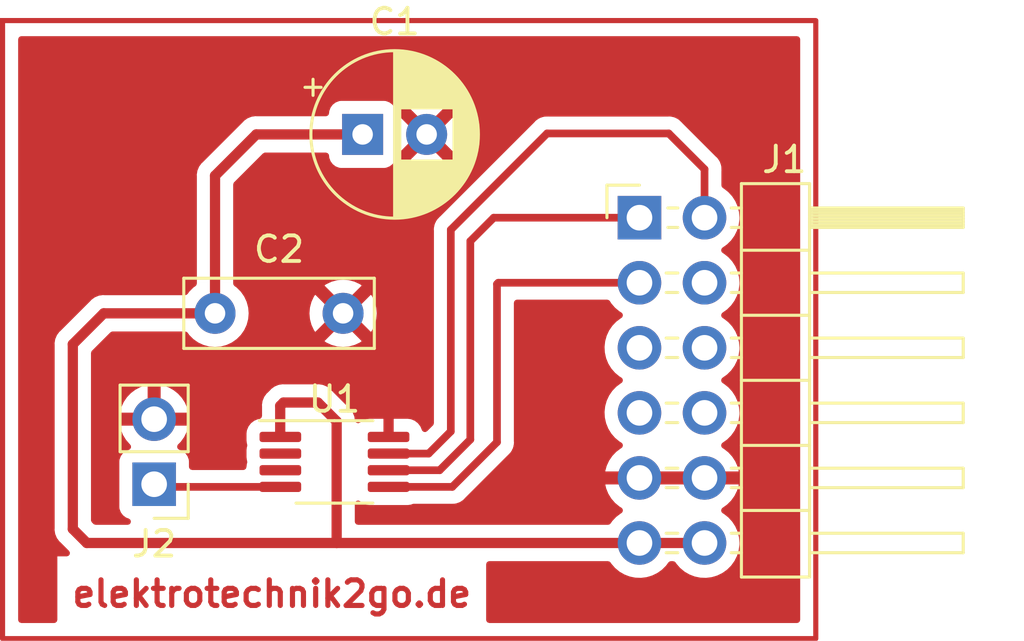
<source format=kicad_pcb>
(kicad_pcb (version 20211014) (generator pcbnew)
  (layers (0 "F.Cu" signal) (31 "B.Cu" signal) (34 "B.Paste" user) (35 "F.Paste" user) (36 "B.SilkS" user "B.Silkscreen") (37 "F.SilkS" user "F.Silkscreen") (38 "B.Mask" user) (39 "F.Mask" user) (44 "Edge.Cuts" user))
  (net 0 "")
  (net 1 "+3.3V")
  (net 2 "GND")
  (net 3 "{slash}SYNC")
  (net 6 "DIN")
  (net 7 "SCK")
  (net 11 "DOUT")
  (footprint "Connector_PinHeader_2.54mm:PinHeader_1x02_P2.54mm_Vertical" (layer "F.Cu") (at 130.7084 114.0002 180)
    (fp_text reference "J2" (at 0 -2.33) (layer "F.SilkS"))
    (fp_text value "Conn_01x02")
    (fp_line (start -1.33 -1.33) (end 0 -1.33) (layer "F.SilkS") (width 0.12))
    (fp_line (start -1.33 1.27) (end -1.33 3.87) (layer "F.SilkS") (width 0.12))
    (fp_line (start -1.33 1.27) (end 1.33 1.27) (layer "F.SilkS") (width 0.12))
    (fp_line (start 1.33 1.27) (end 1.33 3.87) (layer "F.SilkS") (width 0.12))
    (fp_line (start -1.33 3.87) (end 1.33 3.87) (layer "F.SilkS") (width 0.12))
    (fp_line (start -1.33 0) (end -1.33 -1.33) (layer "F.SilkS") (width 0.12))
    (pad "1" thru_hole rect (at 0 0 180) (size 1.7 1.7) (drill 1) (layers *.Cu *.Mask) (net 11 "DOUT"))
    (pad "2" thru_hole oval (at 0 2.54 180) (size 1.7 1.7) (drill 1) (layers *.Cu *.Mask) (net 2 "GND"))
  )
  (footprint "Package_SO:MSOP-8_3x3mm_P0.65mm" (layer "F.Cu") (at 137.7485 113.1287)
    (fp_text reference "U1" (at 0 -2.45) (layer "F.SilkS"))
    (fp_text value "AD5300")
    (fp_line (start 0 1.61) (end 1.5 1.61) (layer "F.SilkS") (width 0.12))
    (fp_line (start 0 -1.61) (end 1.5 -1.61) (layer "F.SilkS") (width 0.12))
    (fp_line (start 0 1.61) (end -1.5 1.61) (layer "F.SilkS") (width 0.12))
    (fp_line (start 0 -1.61) (end -2.925 -1.61) (layer "F.SilkS") (width 0.12))
    (pad "1" smd roundrect (at -2.1125 -0.975) (size 1.625 0.4) (layers "F.Cu" "F.Paste" "F.Mask") (net 1 "+3.3V"))
    (pad "2" smd roundrect (at -2.1125 -0.325) (size 1.625 0.4) (layers "F.Cu" "F.Paste" "F.Mask"))
    (pad "3" smd roundrect (at -2.1125 0.325) (size 1.625 0.4) (layers "F.Cu" "F.Paste" "F.Mask"))
    (pad "4" smd roundrect (at -2.1125 0.975) (size 1.625 0.4) (layers "F.Cu" "F.Paste" "F.Mask") (net 11 "DOUT"))
    (pad "5" smd roundrect (at 2.1125 0.975) (size 1.625 0.4) (layers "F.Cu" "F.Paste" "F.Mask") (net 3 "{slash}SYNC"))
    (pad "6" smd roundrect (at 2.1125 0.325) (size 1.625 0.4) (layers "F.Cu" "F.Paste" "F.Mask") (net 7 "SCK"))
    (pad "7" smd roundrect (at 2.1125 -0.325) (size 1.625 0.4) (layers "F.Cu" "F.Paste" "F.Mask") (net 6 "DIN"))
    (pad "8" smd roundrect (at 2.1125 -0.975) (size 1.625 0.4) (layers "F.Cu" "F.Paste" "F.Mask") (net 2 "GND"))
  )
  (footprint "Capacitor_THT:CP_Radial_D6.3mm_P2.50mm" (layer "F.Cu") (at 138.847821 100.3427)
    (fp_text reference "C1" (at 1.25 -4.4) (layer "F.SilkS"))
    (fp_text value "10u")
    (fp_line (start 3.451 -2.38) (end 3.451 -1.04) (layer "F.SilkS") (width 0.12))
    (fp_line (start 3.371 1.04) (end 3.371 2.45) (layer "F.SilkS") (width 0.12))
    (fp_line (start 3.491 -2.343) (end 3.491 -1.04) (layer "F.SilkS") (width 0.12))
    (fp_line (start 2.931 1.04) (end 2.931 2.766) (layer "F.SilkS") (width 0.12))
    (fp_line (start 1.33 -3.23) (end 1.33 3.23) (layer "F.SilkS") (width 0.12))
    (fp_line (start 1.49 -3.222) (end 1.49 -1.04) (layer "F.SilkS") (width 0.12))
    (fp_line (start 2.891 1.04) (end 2.891 2.79) (layer "F.SilkS") (width 0.12))
    (fp_line (start 3.051 -2.69) (end 3.051 -1.04) (layer "F.SilkS") (width 0.12))
    (fp_line (start 1.29 -3.23) (end 1.29 3.23) (layer "F.SilkS") (width 0.12))
    (fp_line (start 1.971 1.04) (end 1.971 3.15) (layer "F.SilkS") (width 0.12))
    (fp_line (start 3.691 -2.137) (end 3.691 2.137) (layer "F.SilkS") (width 0.12))
    (fp_line (start 2.811 1.04) (end 2.811 2.834) (layer "F.SilkS") (width 0.12))
    (fp_line (start 1.73 1.04) (end 1.73 3.195) (layer "F.SilkS") (width 0.12))
    (fp_line (start 2.611 -2.934) (end 2.611 -1.04) (layer "F.SilkS") (width 0.12))
    (fp_line (start 3.971 -1.776) (end 3.971 1.776) (layer "F.SilkS") (width 0.12))
    (fp_line (start 1.57 -3.215) (end 1.57 -1.04) (layer "F.SilkS") (width 0.12))
    (fp_line (start 2.571 1.04) (end 2.571 2.952) (layer "F.SilkS") (width 0.12))
    (fp_line (start 3.811 -1.995) (end 3.811 1.995) (layer "F.SilkS") (width 0.12))
    (fp_line (start 1.77 -3.189) (end 1.77 -1.04) (layer "F.SilkS") (width 0.12))
    (fp_line (start 1.65 -3.206) (end 1.65 -1.04) (layer "F.SilkS") (width 0.12))
    (fp_line (start 3.931 -1.834) (end 3.931 1.834) (layer "F.SilkS") (width 0.12))
    (fp_line (start 2.811 -2.834) (end 2.811 -1.04) (layer "F.SilkS") (width 0.12))
    (fp_line (start 3.131 1.04) (end 3.131 2.636) (layer "F.SilkS") (width 0.12))
    (fp_line (start 3.171 -2.607) (end 3.171 -1.04) (layer "F.SilkS") (width 0.12))
    (fp_line (start 3.291 1.04) (end 3.291 2.516) (layer "F.SilkS") (width 0.12))
    (fp_line (start 3.011 1.04) (end 3.011 2.716) (layer "F.SilkS") (width 0.12))
    (fp_line (start 2.771 -2.856) (end 2.771 -1.04) (layer "F.SilkS") (width 0.12))
    (fp_line (start 2.051 -3.131) (end 2.051 -1.04) (layer "F.SilkS") (width 0.12))
    (fp_line (start 4.091 -1.581) (end 4.091 1.581) (layer "F.SilkS") (width 0.12))
    (fp_line (start 1.37 -3.228) (end 1.37 3.228) (layer "F.SilkS") (width 0.12))
    (fp_line (start 2.131 -3.11) (end 2.131 -1.04) (layer "F.SilkS") (width 0.12))
    (fp_line (start 3.331 -2.484) (end 3.331 -1.04) (layer "F.SilkS") (width 0.12))
    (fp_line (start 2.531 -2.97) (end 2.531 -1.04) (layer "F.SilkS") (width 0.12))
    (fp_line (start -2.250241 -1.839) (end -1.620241 -1.839) (layer "F.SilkS") (width 0.12))
    (fp_line (start 2.851 -2.812) (end 2.851 -1.04) (layer "F.SilkS") (width 0.12))
    (fp_line (start 2.491 -2.986) (end 2.491 -1.04) (layer "F.SilkS") (width 0.12))
    (fp_line (start 4.011 -1.714) (end 4.011 1.714) (layer "F.SilkS") (width 0.12))
    (fp_line (start 4.171 -1.432) (end 4.171 1.432) (layer "F.SilkS") (width 0.12))
    (fp_line (start 1.61 1.04) (end 1.61 3.211) (layer "F.SilkS") (width 0.12))
    (fp_line (start 3.371 -2.45) (end 3.371 -1.04) (layer "F.SilkS") (width 0.12))
    (fp_line (start 2.971 1.04) (end 2.971 2.742) (layer "F.SilkS") (width 0.12))
    (fp_line (start 1.41 -3.227) (end 1.41 3.227) (layer "F.SilkS") (width 0.12))
    (fp_line (start 3.211 1.04) (end 3.211 2.578) (layer "F.SilkS") (width 0.12))
    (fp_line (start 4.211 -1.35) (end 4.211 1.35) (layer "F.SilkS") (width 0.12))
    (fp_line (start 3.411 -2.416) (end 3.411 -1.04) (layer "F.SilkS") (width 0.12))
    (fp_line (start 1.49 1.04) (end 1.49 3.222) (layer "F.SilkS") (width 0.12))
    (fp_line (start 2.011 -3.141) (end 2.011 -1.04) (layer "F.SilkS") (width 0.12))
    (fp_line (start 3.731 -2.092) (end 3.731 2.092) (layer "F.SilkS") (width 0.12))
    (fp_line (start 2.971 -2.742) (end 2.971 -1.04) (layer "F.SilkS") (width 0.12))
    (fp_line (start 1.89 1.04) (end 1.89 3.167) (layer "F.SilkS") (width 0.12))
    (fp_line (start 1.85 1.04) (end 1.85 3.175) (layer "F.SilkS") (width 0.12))
    (fp_line (start 2.291 1.04) (end 2.291 3.061) (layer "F.SilkS") (width 0.12))
    (fp_line (start 2.731 1.04) (end 2.731 2.876) (layer "F.SilkS") (width 0.12))
    (fp_line (start 1.65 1.04) (end 1.65 3.206) (layer "F.SilkS") (width 0.12))
    (fp_line (start 3.651 -2.182) (end 3.651 2.182) (layer "F.SilkS") (width 0.12))
    (fp_line (start 2.691 -2.896) (end 2.691 -1.04) (layer "F.SilkS") (width 0.12))
    (fp_line (start 3.531 -2.305) (end 3.531 -1.04) (layer "F.SilkS") (width 0.12))
    (fp_line (start 4.491 -0.402) (end 4.491 0.402) (layer "F.SilkS") (width 0.12))
    (fp_line (start 2.251 -3.074) (end 2.251 -1.04) (layer "F.SilkS") (width 0.12))
    (fp_line (start 3.211 -2.578) (end 3.211 -1.04) (layer "F.SilkS") (width 0.12))
    (fp_line (start 1.53 -3.218) (end 1.53 -1.04) (layer "F.SilkS") (width 0.12))
    (fp_line (start 2.131 1.04) (end 2.131 3.11) (layer "F.SilkS") (width 0.12))
    (fp_line (start 1.85 -3.175) (end 1.85 -1.04) (layer "F.SilkS") (width 0.12))
    (fp_line (start 1.93 -3.159) (end 1.93 -1.04) (layer "F.SilkS") (width 0.12))
    (fp_line (start 2.251 1.04) (end 2.251 3.074) (layer "F.SilkS") (width 0.12))
    (fp_line (start 4.131 -1.509) (end 4.131 1.509) (layer "F.SilkS") (width 0.12))
    (fp_line (start 1.57 1.04) (end 1.57 3.215) (layer "F.SilkS") (width 0.12))
    (fp_line (start 1.53 1.04) (end 1.53 3.218) (layer "F.SilkS") (width 0.12))
    (fp_line (start 1.81 1.04) (end 1.81 3.182) (layer "F.SilkS") (width 0.12))
    (fp_line (start 3.451 1.04) (end 3.451 2.38) (layer "F.SilkS") (width 0.12))
    (fp_line (start 2.331 1.04) (end 2.331 3.047) (layer "F.SilkS") (width 0.12))
    (fp_line (start 2.891 -2.79) (end 2.891 -1.04) (layer "F.SilkS") (width 0.12))
    (fp_line (start 2.611 1.04) (end 2.611 2.934) (layer "F.SilkS") (width 0.12))
    (fp_line (start 4.371 -0.94) (end 4.371 0.94) (layer "F.SilkS") (width 0.12))
    (fp_line (start 4.051 -1.65) (end 4.051 1.65) (layer "F.SilkS") (width 0.12))
    (fp_line (start 2.371 1.04) (end 2.371 3.033) (layer "F.SilkS") (width 0.12))
    (fp_line (start 2.211 -3.086) (end 2.211 -1.04) (layer "F.SilkS") (width 0.12))
    (fp_line (start 1.69 -3.201) (end 1.69 -1.04) (layer "F.SilkS") (width 0.12))
    (fp_line (start 2.571 -2.952) (end 2.571 -1.04) (layer "F.SilkS") (width 0.12))
    (fp_line (start 2.171 -3.098) (end 2.171 -1.04) (layer "F.SilkS") (width 0.12))
    (fp_line (start 2.331 -3.047) (end 2.331 -1.04) (layer "F.SilkS") (width 0.12))
    (fp_line (start 4.331 -1.059) (end 4.331 1.059) (layer "F.SilkS") (width 0.12))
    (fp_line (start 3.771 -2.044) (end 3.771 2.044) (layer "F.SilkS") (width 0.12))
    (fp_line (start 3.251 -2.548) (end 3.251 -1.04) (layer "F.SilkS") (width 0.12))
    (fp_line (start 2.651 -2.916) (end 2.651 -1.04) (layer "F.SilkS") (width 0.12))
    (fp_line (start 4.411 -0.802) (end 4.411 0.802) (layer "F.SilkS") (width 0.12))
    (fp_line (start 2.651 1.04) (end 2.651 2.916) (layer "F.SilkS") (width 0.12))
    (fp_line (start 2.851 1.04) (end 2.851 2.812) (layer "F.SilkS") (width 0.12))
    (fp_line (start 2.171 1.04) (end 2.171 3.098) (layer "F.SilkS") (width 0.12))
    (fp_line (start 3.011 -2.716) (end 3.011 -1.04) (layer "F.SilkS") (width 0.12))
    (fp_line (start 4.251 -1.262) (end 4.251 1.262) (layer "F.SilkS") (width 0.12))
    (fp_line (start 2.291 -3.061) (end 2.291 -1.04) (layer "F.SilkS") (width 0.12))
    (fp_line (start 1.73 -3.195) (end 1.73 -1.04) (layer "F.SilkS") (width 0.12))
    (fp_line (start 3.491 1.04) (end 3.491 2.343) (layer "F.SilkS") (width 0.12))
    (fp_line (start 3.571 -2.265) (end 3.571 2.265) (layer "F.SilkS") (width 0.12))
    (fp_line (start 3.291 -2.516) (end 3.291 -1.04) (layer "F.SilkS") (width 0.12))
    (fp_line (start 4.291 -1.165) (end 4.291 1.165) (layer "F.SilkS") (width 0.12))
    (fp_line (start 2.211 1.04) (end 2.211 3.086) (layer "F.SilkS") (width 0.12))
    (fp_line (start 1.25 -3.23) (end 1.25 3.23) (layer "F.SilkS") (width 0.12))
    (fp_line (start 2.051 1.04) (end 2.051 3.131) (layer "F.SilkS") (width 0.12))
    (fp_line (start 2.691 1.04) (end 2.691 2.896) (layer "F.SilkS") (width 0.12))
    (fp_line (start 2.091 -3.121) (end 2.091 -1.04) (layer "F.SilkS") (width 0.12))
    (fp_line (start 2.091 1.04) (end 2.091 3.121) (layer "F.SilkS") (width 0.12))
    (fp_line (start 2.451 1.04) (end 2.451 3.002) (layer "F.SilkS") (width 0.12))
    (fp_line (start 1.971 -3.15) (end 1.971 -1.04) (layer "F.SilkS") (width 0.12))
    (fp_line (start 3.531 1.04) (end 3.531 2.305) (layer "F.SilkS") (width 0.12))
    (fp_line (start 1.81 -3.182) (end 1.81 -1.04) (layer "F.SilkS") (width 0.12))
    (fp_line (start 4.451 -0.633) (end 4.451 0.633) (layer "F.SilkS") (width 0.12))
    (fp_line (start 3.131 -2.636) (end 3.131 -1.04) (layer "F.SilkS") (width 0.12))
    (fp_line (start 2.491 1.04) (end 2.491 2.986) (layer "F.SilkS") (width 0.12))
    (fp_line (start 1.45 -3.224) (end 1.45 3.224) (layer "F.SilkS") (width 0.12))
    (fp_line (start 2.411 1.04) (end 2.411 3.018) (layer "F.SilkS") (width 0.12))
    (fp_line (start 1.69 1.04) (end 1.69 3.201) (layer "F.SilkS") (width 0.12))
    (fp_line (start 2.931 -2.766) (end 2.931 -1.04) (layer "F.SilkS") (width 0.12))
    (fp_line (start 2.011 1.04) (end 2.011 3.141) (layer "F.SilkS") (width 0.12))
    (fp_line (start 1.93 1.04) (end 1.93 3.159) (layer "F.SilkS") (width 0.12))
    (fp_line (start 2.771 1.04) (end 2.771 2.856) (layer "F.SilkS") (width 0.12))
    (fp_line (start 3.411 1.04) (end 3.411 2.416) (layer "F.SilkS") (width 0.12))
    (fp_line (start -1.935241 -2.154) (end -1.935241 -1.524) (layer "F.SilkS") (width 0.12))
    (fp_line (start 2.531 1.04) (end 2.531 2.97) (layer "F.SilkS") (width 0.12))
    (fp_line (start 1.61 -3.211) (end 1.61 -1.04) (layer "F.SilkS") (width 0.12))
    (fp_line (start 1.89 -3.167) (end 1.89 -1.04) (layer "F.SilkS") (width 0.12))
    (fp_line (start 3.851 -1.944) (end 3.851 1.944) (layer "F.SilkS") (width 0.12))
    (fp_line (start 3.251 1.04) (end 3.251 2.548) (layer "F.SilkS") (width 0.12))
    (fp_line (start 3.331 1.04) (end 3.331 2.484) (layer "F.SilkS") (width 0.12))
    (fp_line (start 3.891 -1.89) (end 3.891 1.89) (layer "F.SilkS") (width 0.12))
    (fp_line (start 3.171 1.04) (end 3.171 2.607) (layer "F.SilkS") (width 0.12))
    (fp_line (start 2.371 -3.033) (end 2.371 -1.04) (layer "F.SilkS") (width 0.12))
    (fp_line (start 3.091 1.04) (end 3.091 2.664) (layer "F.SilkS") (width 0.12))
    (fp_line (start 3.091 -2.664) (end 3.091 -1.04) (layer "F.SilkS") (width 0.12))
    (fp_line (start 1.77 1.04) (end 1.77 3.189) (layer "F.SilkS") (width 0.12))
    (fp_line (start 2.451 -3.002) (end 2.451 -1.04) (layer "F.SilkS") (width 0.12))
    (fp_line (start 2.731 -2.876) (end 2.731 -1.04) (layer "F.SilkS") (width 0.12))
    (fp_line (start 3.051 1.04) (end 3.051 2.69) (layer "F.SilkS") (width 0.12))
    (fp_line (start 2.411 -3.018) (end 2.411 -1.04) (layer "F.SilkS") (width 0.12))
    (fp_line (start 3.611 -2.224) (end 3.611 2.224) (layer "F.SilkS") (width 0.12))
    (fp_circle (center 1.25 0) (end 4.52 0) (layer "F.SilkS") (width 0.12) (fill none))
    (pad "1" thru_hole rect (at 0 0) (size 1.6 1.6) (drill 0.8) (layers *.Cu *.Mask) (net 1 "+3.3V"))
    (pad "2" thru_hole circle (at 2.5 0) (size 1.6 1.6) (drill 0.8) (layers *.Cu *.Mask) (net 2 "GND"))
  )
  (footprint "differentPin:PinHeader_2x06_P2.54mm_Horizontal" (layer "F.Cu") (at 149.6568 103.5939)
    (fp_text reference "J1" (at 5.655 -2.27) (layer "F.SilkS"))
    (fp_text value "Conn_02x06_Top_Bottom")
    (fp_line (start 1.042929 10.54) (end 1.497071 10.54) (layer "F.SilkS") (width 0.12))
    (fp_line (start 6.64 -0.38) (end 12.64 -0.38) (layer "F.SilkS") (width 0.12))
    (fp_line (start 3.98 14.03) (end 6.64 14.03) (layer "F.SilkS") (width 0.12))
    (fp_line (start 6.64 -0.2) (end 12.64 -0.2) (layer "F.SilkS") (width 0.12))
    (fp_line (start 3.98 1.27) (end 6.64 1.27) (layer "F.SilkS") (width 0.12))
    (fp_line (start 6.64 14.03) (end 6.64 -1.33) (layer "F.SilkS") (width 0.12))
    (fp_line (start 6.64 0.16) (end 12.64 0.16) (layer "F.SilkS") (width 0.12))
    (fp_line (start 6.64 0.04) (end 12.64 0.04) (layer "F.SilkS") (width 0.12))
    (fp_line (start -1.27 0) (end -1.27 -1.27) (layer "F.SilkS") (width 0.12))
    (fp_line (start 1.042929 5.46) (end 1.497071 5.46) (layer "F.SilkS") (width 0.12))
    (fp_line (start 3.582929 7.24) (end 3.98 7.24) (layer "F.SilkS") (width 0.12))
    (fp_line (start 6.64 -1.33) (end 3.98 -1.33) (layer "F.SilkS") (width 0.12))
    (fp_line (start 1.11 -0.38) (end 1.497071 -0.38) (layer "F.SilkS") (width 0.12))
    (fp_line (start 6.64 0.28) (end 12.64 0.28) (layer "F.SilkS") (width 0.12))
    (fp_line (start 3.98 6.35) (end 6.64 6.35) (layer "F.SilkS") (width 0.12))
    (fp_line (start 12.64 10.54) (end 6.64 10.54) (layer "F.SilkS") (width 0.12))
    (fp_line (start 1.042929 13.08) (end 1.497071 13.08) (layer "F.SilkS") (width 0.12))
    (fp_line (start 3.582929 5.46) (end 3.98 5.46) (layer "F.SilkS") (width 0.12))
    (fp_line (start 1.042929 12.32) (end 1.497071 12.32) (layer "F.SilkS") (width 0.12))
    (fp_line (start 1.042929 2.92) (end 1.497071 2.92) (layer "F.SilkS") (width 0.12))
    (fp_line (start 6.64 -0.32) (end 12.64 -0.32) (layer "F.SilkS") (width 0.12))
    (fp_line (start 3.582929 10.54) (end 3.98 10.54) (layer "F.SilkS") (width 0.12))
    (fp_line (start 3.582929 -0.38) (end 3.98 -0.38) (layer "F.SilkS") (width 0.12))
    (fp_line (start 12.64 7.24) (end 12.64 8) (layer "F.SilkS") (width 0.12))
    (fp_line (start 6.64 4.7) (end 12.64 4.7) (layer "F.SilkS") (width 0.12))
    (fp_line (start 12.64 13.08) (end 6.64 13.08) (layer "F.SilkS") (width 0.12))
    (fp_line (start 12.64 0.38) (end 6.64 0.38) (layer "F.SilkS") (width 0.12))
    (fp_line (start 6.64 2.16) (end 12.64 2.16) (layer "F.SilkS") (width 0.12))
    (fp_line (start 12.64 5.46) (end 6.64 5.46) (layer "F.SilkS") (width 0.12))
    (fp_line (start 6.64 -0.08) (end 12.64 -0.08) (layer "F.SilkS") (width 0.12))
    (fp_line (start 3.582929 0.38) (end 3.98 0.38) (layer "F.SilkS") (width 0.12))
    (fp_line (start 6.64 12.32) (end 12.64 12.32) (layer "F.SilkS") (width 0.12))
    (fp_line (start 3.582929 9.78) (end 3.98 9.78) (layer "F.SilkS") (width 0.12))
    (fp_line (start 1.042929 7.24) (end 1.497071 7.24) (layer "F.SilkS") (width 0.12))
    (fp_line (start 3.582929 8) (end 3.98 8) (layer "F.SilkS") (width 0.12))
    (fp_line (start 1.042929 2.16) (end 1.497071 2.16) (layer "F.SilkS") (width 0.12))
    (fp_line (start 3.582929 2.16) (end 3.98 2.16) (layer "F.SilkS") (width 0.12))
    (fp_line (start 1.11 0.38) (end 1.497071 0.38) (layer "F.SilkS") (width 0.12))
    (fp_line (start 12.64 9.78) (end 12.64 10.54) (layer "F.SilkS") (width 0.12))
    (fp_line (start 3.582929 2.92) (end 3.98 2.92) (layer "F.SilkS") (width 0.12))
    (fp_line (start 12.64 8) (end 6.64 8) (layer "F.SilkS") (width 0.12))
    (fp_line (start 3.582929 4.7) (end 3.98 4.7) (layer "F.SilkS") (width 0.12))
    (fp_line (start 1.042929 4.7) (end 1.497071 4.7) (layer "F.SilkS") (width 0.12))
    (fp_line (start 3.98 11.43) (end 6.64 11.43) (layer "F.SilkS") (width 0.12))
    (fp_line (start 12.64 -0.38) (end 12.64 0.38) (layer "F.SilkS") (width 0.12))
    (fp_line (start -1.27 -1.27) (end 0 -1.27) (layer "F.SilkS") (width 0.12))
    (fp_line (start 1.042929 8) (end 1.497071 8) (layer "F.SilkS") (width 0.12))
    (fp_line (start 1.042929 9.78) (end 1.497071 9.78) (layer "F.SilkS") (width 0.12))
    (fp_line (start 6.64 9.78) (end 12.64 9.78) (layer "F.SilkS") (width 0.12))
    (fp_line (start 12.64 2.92) (end 6.64 2.92) (layer "F.SilkS") (width 0.12))
    (fp_line (start 3.582929 13.08) (end 3.98 13.08) (layer "F.SilkS") (width 0.12))
    (fp_line (start 12.64 12.32) (end 12.64 13.08) (layer "F.SilkS") (width 0.12))
    (fp_line (start 3.98 8.89) (end 6.64 8.89) (layer "F.SilkS") (width 0.12))
    (fp_line (start 3.582929 12.32) (end 3.98 12.32) (layer "F.SilkS") (width 0.12))
    (fp_line (start 3.98 3.81) (end 6.64 3.81) (layer "F.SilkS") (width 0.12))
    (fp_line (start 3.98 -1.33) (end 3.98 14.03) (layer "F.SilkS") (width 0.12))
    (fp_line (start 6.64 7.24) (end 12.64 7.24) (layer "F.SilkS") (width 0.12))
    (fp_line (start 12.64 4.7) (end 12.64 5.46) (layer "F.SilkS") (width 0.12))
    (fp_line (start 12.64 2.16) (end 12.64 2.92) (layer "F.SilkS") (width 0.12))
    (pad "1" thru_hole rect (at 0 0) (size 1.7 1.7) (drill 1) (layers *.Cu *.Mask) (net 7 "SCK"))
    (pad "2" thru_hole oval (at 0 2.54) (size 1.7 1.7) (drill 1) (layers *.Cu *.Mask) (net 3 "{slash}SYNC"))
    (pad "3" thru_hole oval (at 0 5.08) (size 1.7 1.7) (drill 1) (layers *.Cu *.Mask))
    (pad "4" thru_hole oval (at 0 7.62) (size 1.7 1.7) (drill 1) (layers *.Cu *.Mask))
    (pad "5" thru_hole oval (at 0 10.16) (size 1.7 1.7) (drill 1) (layers *.Cu *.Mask) (net 2 "GND"))
    (pad "6" thru_hole oval (at 0 12.7) (size 1.7 1.7) (drill 1) (layers *.Cu *.Mask) (net 1 "+3.3V"))
    (pad "7" thru_hole oval (at 2.54 0) (size 1.7 1.7) (drill 1) (layers *.Cu *.Mask) (net 6 "DIN"))
    (pad "8" thru_hole oval (at 2.54 2.54) (size 1.7 1.7) (drill 1) (layers *.Cu *.Mask))
    (pad "9" thru_hole oval (at 2.54 5.08) (size 1.7 1.7) (drill 1) (layers *.Cu *.Mask))
    (pad "10" thru_hole oval (at 2.54 7.62) (size 1.7 1.7) (drill 1) (layers *.Cu *.Mask))
    (pad "11" thru_hole oval (at 2.54 10.16) (size 1.7 1.7) (drill 1) (layers *.Cu *.Mask) (net 2 "GND"))
    (pad "12" thru_hole oval (at 2.54 12.7) (size 1.7 1.7) (drill 1) (layers *.Cu *.Mask) (net 1 "+3.3V"))
  )
  (footprint "Capacitor_THT:C_Rect_L7.2mm_W2.5mm_P5.00mm_FKS2_FKP2_MKS2_MKP2" (layer "F.Cu") (at 133.0852 107.3277)
    (fp_text reference "C2" (at 2.5 -2.5) (layer "F.SilkS"))
    (fp_text value "100n")
    (fp_line (start 6.22 -1.37) (end 6.22 1.37) (layer "F.SilkS") (width 0.12))
    (fp_line (start -1.22 1.37) (end 6.22 1.37) (layer "F.SilkS") (width 0.12))
    (fp_line (start -1.22 -1.37) (end -1.22 1.37) (layer "F.SilkS") (width 0.12))
    (fp_line (start -1.22 -1.37) (end 6.22 -1.37) (layer "F.SilkS") (width 0.12))
    (pad "1" thru_hole circle (at 0 0) (size 1.6 1.6) (drill 0.8) (layers *.Cu *.Mask) (net 1 "+3.3V"))
    (pad "2" thru_hole circle (at 5 0) (size 1.6 1.6) (drill 0.8) (layers *.Cu *.Mask) (net 2 "GND"))
  )
  (gr_rect (start 124.7902 95.8977) (end 156.5402 120.0277) (layer "F.Cu") (width 0.2) (fill none))
  (gr_text "elektrotechnik2go.de" (at 135.3 118.28) (layer "F.Cu") (effects (font (size 1 1) (thickness 0.2))))
  (segment (start 128.0795 116.2939) (end 137.8339 116.2939) (width 0.4) (layer "F.Cu") (net 1))
  (segment (start 149.6568 116.2939) (end 152.1968 116.2939) (width 0.4) (layer "F.Cu") (net 1))
  (segment (start 127.5334 115.7478) (end 128.0795 116.2939) (width 0.4) (layer "F.Cu") (net 1))
  (segment (start 133.0852 107.3277) (end 128.7399 107.3277) (width 0.4) (layer "F.Cu") (net 1))
  (segment (start 137.8339 116.2939) (end 149.6568 116.2939) (width 0.4) (layer "F.Cu") (net 1))
  (segment (start 133.0852 101.9537) (end 133.0852 107.3277) (width 0.4) (layer "F.Cu") (net 1))
  (segment (start 135.63 110.94) (end 135.63 112.0037) (width 0.4) (layer "F.Cu") (net 1))
  (segment (start 135.63 112.0037) (end 135.636 112.0037) (width 0.4) (layer "F.Cu") (net 1))
  (segment (start 137.1 110.81) (end 135.76 110.81) (width 0.4) (layer "F.Cu") (net 1))
  (segment (start 127.5334 108.5342) (end 127.5334 115.7478) (width 0.4) (layer "F.Cu") (net 1))
  (segment (start 128.7399 107.3277) (end 127.5334 108.5342) (width 0.4) (layer "F.Cu") (net 1))
  (segment (start 135.76 110.81) (end 135.63 110.94) (width 0.4) (layer "F.Cu") (net 1))
  (segment (start 137.8339 111.5439) (end 137.1 110.81) (width 0.4) (layer "F.Cu") (net 1))
  (segment (start 138.847821 100.3427) (end 134.6962 100.3427) (width 0.4) (layer "F.Cu") (net 1))
  (segment (start 137.8339 116.2939) (end 137.8339 111.5439) (width 0.4) (layer "F.Cu") (net 1))
  (segment (start 134.6962 100.3427) (end 133.0852 101.9537) (width 0.4) (layer "F.Cu") (net 1))
  (segment (start 139.861 114.1037) (end 142.3474 114.1037) (width 0.3) (layer "F.Cu") (net 3))
  (segment (start 149.6568 106.1339) (end 144.145 106.1339) (width 0.3) (layer "F.Cu") (net 3))
  (segment (start 142.3474 114.1037) (end 144.0942 112.3569) (width 0.3) (layer "F.Cu") (net 3))
  (segment (start 144.0942 112.3569) (end 144.0942 106.1847) (width 0.3) (layer "F.Cu") (net 3))
  (segment (start 144.145 106.1339) (end 144.0942 106.1847) (width 0.3) (layer "F.Cu") (net 3))
  (segment (start 141.4249 112.8037) (end 142.2908 111.9378) (width 0.3) (layer "F.Cu") (net 6))
  (segment (start 139.861 112.8037) (end 141.4249 112.8037) (width 0.3) (layer "F.Cu") (net 6))
  (segment (start 146.05 100.3046) (end 150.7998 100.3046) (width 0.3) (layer "F.Cu") (net 6))
  (segment (start 150.7998 100.3046) (end 152.1968 101.7016) (width 0.3) (layer "F.Cu") (net 6))
  (segment (start 152.1968 101.7016) (end 152.1968 103.5939) (width 0.3) (layer "F.Cu") (net 6))
  (segment (start 142.2908 111.9378) (end 142.2908 104.0638) (width 0.3) (layer "F.Cu") (net 6))
  (segment (start 142.2908 104.0638) (end 146.05 100.3046) (width 0.3) (layer "F.Cu") (net 6))
  (segment (start 143.9672 103.5939) (end 149.6568 103.5939) (width 0.3) (layer "F.Cu") (net 7))
  (segment (start 141.8544 113.4537) (end 143.0528 112.2553) (width 0.3) (layer "F.Cu") (net 7))
  (segment (start 143.0528 112.2553) (end 143.0528 104.5083) (width 0.3) (layer "F.Cu") (net 7))
  (segment (start 139.861 113.4537) (end 141.8544 113.4537) (width 0.3) (layer "F.Cu") (net 7))
  (segment (start 143.0528 104.5083) (end 143.9672 103.5939) (width 0.3) (layer "F.Cu") (net 7))
  (segment (start 130.7084 114.0002) (end 130.8119 114.1037) (width 0.3) (layer "F.Cu") (net 11))
  (segment (start 130.8119 114.1037) (end 135.636 114.1037) (width 0.3) (layer "F.Cu") (net 11))
  (zone (net 2) (net_name "GND") (layer "F.Cu") (connect_pads (clearance 0.508)) (min_thickness 0.254) (fill yes (thermal_gap 0.508) (thermal_bridge_width 0.508))
    (polygon (pts (xy 156.5402 120.0023) (xy 124.8664 119.9261) (xy 124.8918 95.9485) (xy 156.5402 95.8977)))
  )
)
</source>
